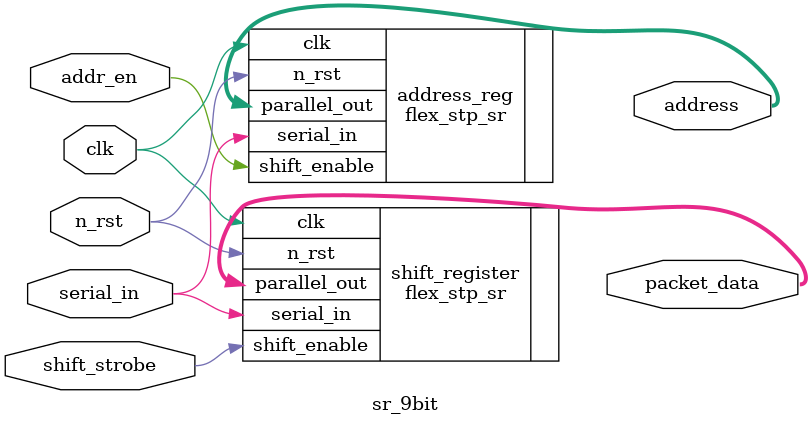
<source format=sv>
module sr_9bit(
    input logic clk,
    input logic n_rst,
    input logic shift_strobe,
    input logic addr_en,
    input logic serial_in,
    output logic [7:0] packet_data,
    output logic [15:0] address
    );
    flex_stp_sr #(.NUM_BITS(8), .SHIFT_MSB(1)) shift_register(.clk(clk), .n_rst(n_rst), 
    .shift_enable(shift_strobe), .serial_in(serial_in), .parallel_out(packet_data));

    flex_stp_sr #(.NUM_BITS(16), .SHIFT_MSB(1)) address_reg (.clk(clk), .n_rst(n_rst), 
    .shift_enable(addr_en), .serial_in(serial_in), .parallel_out(address));
endmodule
</source>
